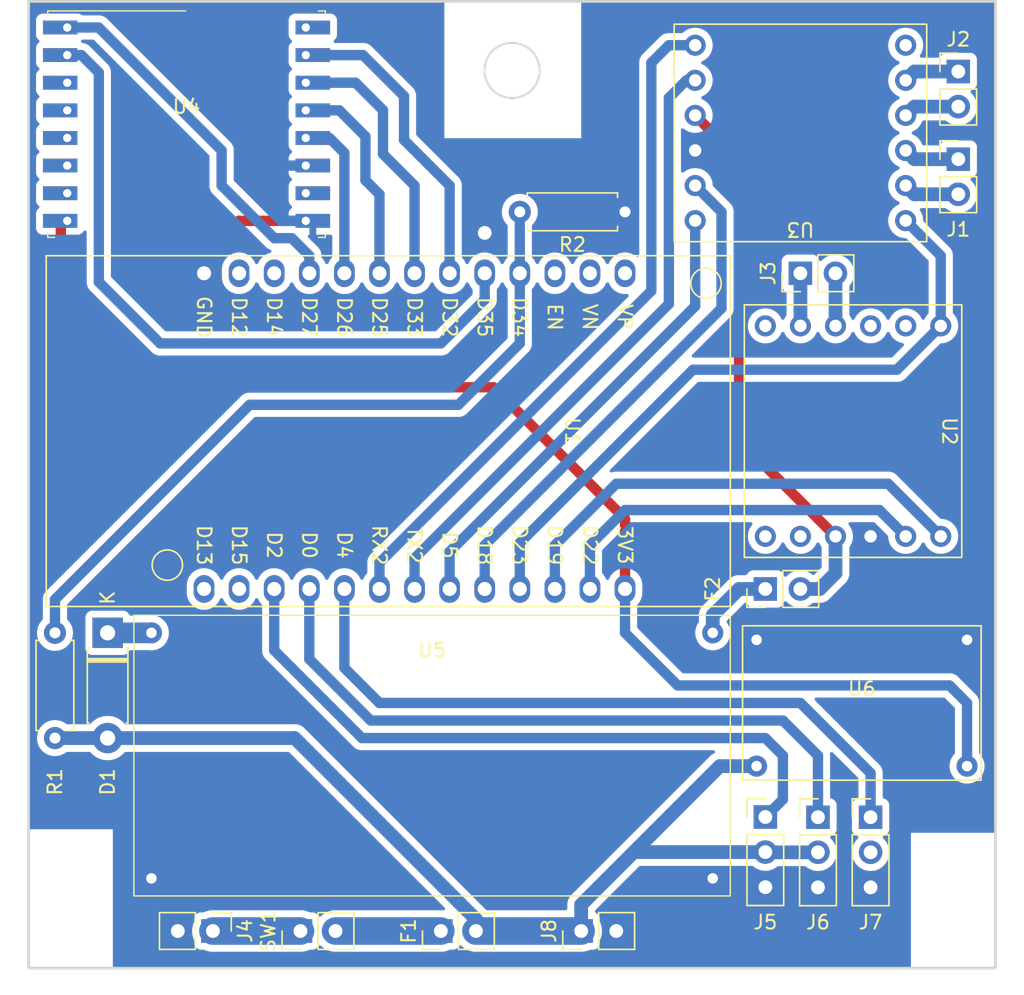
<source format=kicad_pcb>
(kicad_pcb (version 20221018) (generator pcbnew)
  (layers (0 "F.Cu" signal) (31 "B.Cu" signal) (34 "B.Paste" user) (35 "F.Paste" user) (36 "B.SilkS" user "B.Silkscreen") (37 "F.SilkS" user "F.Silkscreen") (38 "B.Mask" user) (39 "F.Mask" user) (44 "Edge.Cuts" user))
  (net 0 "")
  (net 1 "Net-(J3-Pin_1)")
  (net 2 "Net-(J3-Pin_2)")
  (net 3 "/SERVO 1")
  (net 4 "/+BATT SW")
  (net 5 "GND")
  (net 6 "/SERVO 2")
  (net 7 "/ESC")
  (net 8 "+BATT")
  (net 9 "+3V3")
  (net 10 "/M B1")
  (net 11 "/M B2")
  (net 12 "/M C1")
  (net 13 "/M C2")
  (net 14 "/NSS")
  (net 15 "/SCK")
  (net 16 "/MISO")
  (net 17 "/MOSI")
  (net 18 "/INTER")
  (net 19 "/RESET")
  (net 20 "/M A1")
  (net 21 "/M A2")
  (net 23 "+10V")
  (net 25 "Net-(D1-K)")
  (net 26 "Net-(F1-Pad1)")
  (net 27 "Net-(U5-OUT)")
  (net 28 "/SLEEP")
  (net 29 "/TDI")
  (net 30 "/TMS")
  (net 31 "/TCK")
  (net 45 "/TDO")
  (net 47 "Net-(J1-Pin_1)")
  (net 48 "Net-(J1-Pin_2)")
  (net 49 "Net-(J2-Pin_1)")
  (net 50 "Net-(J2-Pin_2)")
  (net 52 "/BAT READ")
  (footprint "Connector_PinHeader_2.54mm:PinHeader_1x03_P2.54mm_Vertical" (layer "F.Cu") (at 181.61 136.525)
    (fp_text reference "J5" (at 0 7.62) (layer "F.SilkS"))
    (fp_text value "Servo")
    (fp_line (start -1.33 -1.33) (end 0 -1.33) (stroke (width 0.12)) (layer "F.SilkS"))
    (fp_line (start -1.33 0) (end -1.33 -1.33) (stroke (width 0.12)) (layer "F.SilkS"))
    (fp_line (start -1.33 1.27) (end -1.33 6.41) (stroke (width 0.12)) (layer "F.SilkS"))
    (fp_line (start -1.33 1.27) (end 1.33 1.27) (stroke (width 0.12)) (layer "F.SilkS"))
    (fp_line (start -1.33 6.41) (end 1.33 6.41) (stroke (width 0.12)) (layer "F.SilkS"))
    (fp_line (start 1.33 1.27) (end 1.33 6.41) (stroke (width 0.12)) (layer "F.SilkS"))
    (pad "1" thru_hole rect (at 0 0) (size 1.7 1.7) (drill 1) (layers "*.Cu" "*.Mask") (net 3 "/SERVO 1"))
    (pad "2" thru_hole oval (at 0 2.54) (size 1.7 1.7) (drill 1) (layers "*.Cu" "*.Mask") (net 4 "/+BATT SW"))
    (pad "3" thru_hole oval (at 0 5.08) (size 1.7 1.7) (drill 1) (layers "*.Cu" "*.Mask") (net 5 "GND"))
  )
  (footprint "Connector_PinHeader_2.54mm:PinHeader_1x02_P2.54mm_Vertical" (layer "F.Cu") (at 181.605 120.015 90)
    (fp_text reference "F2" (at 0 -3.805 90) (layer "F.SilkS"))
    (fp_text value "Fuse 15A")
    (fp_line (start -1.33 -1.33) (end 0 -1.33) (stroke (width 0.12)) (layer "F.SilkS"))
    (fp_line (start -1.33 0) (end -1.33 -1.33) (stroke (width 0.12)) (layer "F.SilkS"))
    (fp_line (start -1.33 1.27) (end -1.33 3.87) (stroke (width 0.12)) (layer "F.SilkS"))
    (fp_line (start -1.33 1.27) (end 1.33 1.27) (stroke (width 0.12)) (layer "F.SilkS"))
    (fp_line (start -1.33 3.87) (end 1.33 3.87) (stroke (width 0.12)) (layer "F.SilkS"))
    (fp_line (start 1.33 1.27) (end 1.33 3.87) (stroke (width 0.12)) (layer "F.SilkS"))
    (pad "1" thru_hole rect (at 0 0 90) (size 1.7 1.7) (drill 1) (layers "*.Cu" "*.Mask") (net 27 "Net-(U5-OUT)"))
    (pad "2" thru_hole oval (at 0 2.54 90) (size 1.7 1.7) (drill 1) (layers "*.Cu" "*.Mask") (net 23 "+10V"))
  )
  (footprint "Connector_PinHeader_2.54mm:PinHeader_1x03_P2.54mm_Vertical" (layer "F.Cu") (at 185.42 136.54)
    (fp_text reference "J6" (at 0 7.605) (layer "F.SilkS"))
    (fp_text value "Servo")
    (fp_line (start -1.33 -1.33) (end 0 -1.33) (stroke (width 0.12)) (layer "F.SilkS"))
    (fp_line (start -1.33 0) (end -1.33 -1.33) (stroke (width 0.12)) (layer "F.SilkS"))
    (fp_line (start -1.33 1.27) (end -1.33 6.41) (stroke (width 0.12)) (layer "F.SilkS"))
    (fp_line (start -1.33 1.27) (end 1.33 1.27) (stroke (width 0.12)) (layer "F.SilkS"))
    (fp_line (start -1.33 6.41) (end 1.33 6.41) (stroke (width 0.12)) (layer "F.SilkS"))
    (fp_line (start 1.33 1.27) (end 1.33 6.41) (stroke (width 0.12)) (layer "F.SilkS"))
    (pad "1" thru_hole rect (at 0 0) (size 1.7 1.7) (drill 1) (layers "*.Cu" "*.Mask") (net 6 "/SERVO 2"))
    (pad "2" thru_hole oval (at 0 2.54) (size 1.7 1.7) (drill 1) (layers "*.Cu" "*.Mask") (net 4 "/+BATT SW"))
    (pad "3" thru_hole oval (at 0 5.08) (size 1.7 1.7) (drill 1) (layers "*.Cu" "*.Mask") (net 5 "GND"))
  )
  (footprint "Diode_THT:D_DO-41_SOD81_P7.62mm_Horizontal" (layer "F.Cu") (at 133.985 123.19 -90)
    (fp_text reference "D1" (at 10.795 0 -90) (layer "F.SilkS"))
    (fp_text value "1N4007")
    (fp_text user "K" (at -2.54 0 -90) (layer "F.SilkS"))
    (fp_line (start 1.09 -1.47) (end 6.53 -1.47) (stroke (width 0.12)) (layer "F.SilkS"))
    (fp_line (start 1.09 -1.34) (end 1.09 -1.47) (stroke (width 0.12)) (layer "F.SilkS"))
    (fp_line (start 1.09 1.34) (end 1.09 1.47) (stroke (width 0.12)) (layer "F.SilkS"))
    (fp_line (start 1.09 1.47) (end 6.53 1.47) (stroke (width 0.12)) (layer "F.SilkS"))
    (fp_line (start 1.87 -1.47) (end 1.87 1.47) (stroke (width 0.12)) (layer "F.SilkS"))
    (fp_line (start 1.99 -1.47) (end 1.99 1.47) (stroke (width 0.12)) (layer "F.SilkS"))
    (fp_line (start 2.11 -1.47) (end 2.11 1.47) (stroke (width 0.12)) (layer "F.SilkS"))
    (fp_line (start 6.53 -1.47) (end 6.53 -1.34) (stroke (width 0.12)) (layer "F.SilkS"))
    (fp_line (start 6.53 1.47) (end 6.53 1.34) (stroke (width 0.12)) (layer "F.SilkS"))
    (pad "1" thru_hole rect (at 0 0 270) (size 2.2 2.2) (drill 1.1) (layers "*.Cu" "*.Mask") (net 25 "Net-(D1-K)"))
    (pad "2" thru_hole oval (at 7.62 0 270) (size 2.2 2.2) (drill 1.1) (layers "*.Cu" "*.Mask") (net 4 "/+BATT SW"))
  )
  (footprint "Connector_PinHeader_2.54mm:PinHeader_1x02_P2.54mm_Vertical" (layer "F.Cu") (at 147.95 144.78 90)
    (fp_text reference "SW1" (at 0 -2.33 90) (layer "F.SilkS"))
    (fp_text value "MAIN_CUTOFF")
    (fp_line (start -1.33 -1.33) (end 0 -1.33) (stroke (width 0.12)) (layer "F.SilkS"))
    (fp_line (start -1.33 0) (end -1.33 -1.33) (stroke (width 0.12)) (layer "F.SilkS"))
    (fp_line (start -1.33 1.27) (end -1.33 3.87) (stroke (width 0.12)) (layer "F.SilkS"))
    (fp_line (start -1.33 1.27) (end 1.33 1.27) (stroke (width 0.12)) (layer "F.SilkS"))
    (fp_line (start -1.33 3.87) (end 1.33 3.87) (stroke (width 0.12)) (layer "F.SilkS"))
    (fp_line (start 1.33 1.27) (end 1.33 3.87) (stroke (width 0.12)) (layer "F.SilkS"))
    (pad "1" thru_hole rect (at 0 0 90) (size 1.7 1.7) (drill 1) (layers "*.Cu" "*.Mask") (net 8 "+BATT"))
    (pad "2" thru_hole oval (at 0 2.54 90) (size 1.7 1.7) (drill 1) (layers "*.Cu" "*.Mask") (net 26 "Net-(F1-Pad1)"))
  )
  (footprint "Resistor_THT:R_Axial_DIN0207_L6.3mm_D2.5mm_P7.62mm_Horizontal" (layer "F.Cu") (at 171.45 92.71 180)
    (fp_text reference "R2" (at 3.81 -2.37) (layer "F.SilkS"))
    (fp_text value "10k Ohm")
    (fp_line (start 0.54 -1.37) (end 7.08 -1.37) (stroke (width 0.12)) (layer "F.SilkS"))
    (fp_line (start 0.54 -1.04) (end 0.54 -1.37) (stroke (width 0.12)) (layer "F.SilkS"))
    (fp_line (start 0.54 1.04) (end 0.54 1.37) (stroke (width 0.12)) (layer "F.SilkS"))
    (fp_line (start 0.54 1.37) (end 7.08 1.37) (stroke (width 0.12)) (layer "F.SilkS"))
    (fp_line (start 7.08 -1.37) (end 7.08 -1.04) (stroke (width 0.12)) (layer "F.SilkS"))
    (fp_line (start 7.08 1.37) (end 7.08 1.04) (stroke (width 0.12)) (layer "F.SilkS"))
    (pad "1" thru_hole circle (at 0 0 180) (size 1.6 1.6) (drill 0.8) (layers "*.Cu" "*.Mask") (net 5 "GND"))
    (pad "2" thru_hole oval (at 7.62 0 180) (size 1.6 1.6) (drill 0.8) (layers "*.Cu" "*.Mask") (net 52 "/BAT READ"))
  )
  (footprint "Connector_PinHeader_2.54mm:PinHeader_1x02_P2.54mm_Vertical" (layer "F.Cu") (at 184.145 97.155 90)
    (fp_text reference "J3" (at 0 -2.33 90) (layer "F.SilkS"))
    (fp_text value "Motor_C")
    (fp_line (start -1.33 -1.33) (end 0 -1.33) (stroke (width 0.12)) (layer "F.SilkS"))
    (fp_line (start -1.33 0) (end -1.33 -1.33) (stroke (width 0.12)) (layer "F.SilkS"))
    (fp_line (start -1.33 1.27) (end -1.33 3.87) (stroke (width 0.12)) (layer "F.SilkS"))
    (fp_line (start -1.33 1.27) (end 1.33 1.27) (stroke (width 0.12)) (layer "F.SilkS"))
    (fp_line (start -1.33 3.87) (end 1.33 3.87) (stroke (width 0.12)) (layer "F.SilkS"))
    (fp_line (start 1.33 1.27) (end 1.33 3.87) (stroke (width 0.12)) (layer "F.SilkS"))
    (pad "1" thru_hole rect (at 0 0 90) (size 1.7 1.7) (drill 1) (layers "*.Cu" "*.Mask") (net 1 "Net-(J3-Pin_1)"))
    (pad "2" thru_hole oval (at 0 2.54 90) (size 1.7 1.7) (drill 1) (layers "*.Cu" "*.Mask") (net 2 "Net-(J3-Pin_2)"))
  )
  (footprint "Resistor_THT:R_Axial_DIN0207_L6.3mm_D2.5mm_P7.62mm_Horizontal" (layer "F.Cu") (at 130.175 123.19 -90)
    (fp_text reference "R1" (at 10.795 0 90) (layer "F.SilkS"))
    (fp_text value "150k Ohm")
    (fp_line (start 0.54 -1.37) (end 7.08 -1.37) (stroke (width 0.12)) (layer "F.SilkS"))
    (fp_line (start 0.54 -1.04) (end 0.54 -1.37) (stroke (width 0.12)) (layer "F.SilkS"))
    (fp_line (start 0.54 1.04) (end 0.54 1.37) (stroke (width 0.12)) (layer "F.SilkS"))
    (fp_line (start 0.54 1.37) (end 7.08 1.37) (stroke (width 0.12)) (layer "F.SilkS"))
    (fp_line (start 7.08 -1.37) (end 7.08 -1.04) (stroke (width 0.12)) (layer "F.SilkS"))
    (fp_line (start 7.08 1.37) (end 7.08 1.04) (stroke (width 0.12)) (layer "F.SilkS"))
    (pad "1" thru_hole circle (at 0 0 270) (size 1.6 1.6) (drill 0.8) (layers "*.Cu" "*.Mask") (net 52 "/BAT READ"))
    (pad "2" thru_hole oval (at 7.62 0 270) (size 1.6 1.6) (drill 0.8) (layers "*.Cu" "*.Mask") (net 4 "/+BATT SW"))
  )
  (footprint "My_Library:XL60019 Boost Module" (layer "F.Cu") (at 157.48 132.08)
    (fp_text reference "U5" (at 0 -7.62 unlocked) (layer "F.SilkS"))
    (fp_text value "XL60019_Boost_Module")
    (fp_rect (start -21.59 -10.16) (end 21.59 10.16) (stroke (width 0.1)) (fill none) (layer "F.SilkS"))
    (pad "1" thru_hole circle (at -20.32 8.89) (size 1.524 1.524) (drill 0.762) (layers "*.Cu" "*.Mask") (net 5 "GND"))
    (pad "2" thru_hole circle (at -20.32 -8.89) (size 1.524 1.524) (drill 0.762) (layers "*.Cu" "*.Mask") (net 25 "Net-(D1-K)"))
    (pad "3" thru_hole circle (at 20.32 8.89) (size 1.524 1.524) (drill 0.762) (layers "*.Cu" "*.Mask") (net 5 "GND"))
    (pad "4" thru_hole circle (at 20.32 -8.89) (size 1.524 1.524) (drill 0.762) (layers "*.Cu" "*.Mask") (net 27 "Net-(U5-OUT)"))
  )
  (footprint "My_Library:HOPERF_RFM69HW" (layer "F.Cu") (at 139.7 86.36)
    (fp_text reference "U4" (at 0 -1.27) (layer "F.SilkS"))
    (fp_text value "RFM69HW")
    (fp_line (start -10.05 -8.2) (end -10.05 -7.8) (stroke (width 0.1)) (layer "F.SilkS"))
    (fp_line (start -10.05 -8.2) (end -0.05 -8.2) (stroke (width 0.1)) (layer "F.SilkS"))
    (fp_line (start -10.05 7.8) (end -10.05 8.2) (stroke (width 0.1)) (layer "F.SilkS"))
    (fp_line (start -10.05 8.2) (end -9.55 8.2) (stroke (width 0.1)) (layer "F.SilkS"))
    (fp_line (start 9.55 -8.2) (end 10.05 -8.2) (stroke (width 0.1)) (layer "F.SilkS"))
    (fp_line (start 9.55 8.2) (end 10.05 8.2) (stroke (width 0.1)) (layer "F.SilkS"))
    (fp_line (start 10.05 -8.2) (end 10.05 -7.8) (stroke (width 0.1)) (layer "F.SilkS"))
    (fp_line (start 10.05 7.8) (end 10.05 8.2) (stroke (width 0.1)) (layer "F.SilkS"))
    (pad "1" thru_hole rect (at -8.636 -7) (size 2.5 1) (drill 0.6 (offset -0.508 0)) (layers "*.Cu" "*.Mask") (net 19 "/RESET"))
    (pad "2" thru_hole rect (at -8.636 -5) (size 2.5 1) (drill 0.6 (offset -0.508 0)) (layers "*.Cu" "*.Mask") (net 18 "/INTER"))
    (pad "3" thru_hole rect (at -8.636 -3) (size 2.5 1) (drill 0.6 (offset -0.508 0)) (layers "*.Cu" "*.Mask"))
    (pad "4" thru_hole rect (at -8.636 -1) (size 2.5 1) (drill 0.6 (offset -0.508 0)) (layers "*.Cu" "*.Mask"))
    (pad "5" thru_hole rect (at -8.636 1) (size 2.5 1) (drill 0.6 (offset -0.508 0)) (layers "*.Cu" "*.Mask"))
    (pad "6" thru_hole rect (at -8.636 3) (size 2.5 1) (drill 0.6 (offset -0.508 0)) (layers "*.Cu" "*.Mask"))
    (pad "7" thru_hole rect (at -8.636 5) (size 2.5 1) (drill 0.6 (offset -0.508 0)) (layers "*.Cu" "*.Mask"))
    (pad "8" thru_hole rect (at -8.636 7) (size 2.5 1) (drill 0.6 (offset -0.508 0)) (layers "*.Cu" "*.Mask") (net 9 "+3V3"))
    (pad "9" thru_hole rect (at 8.636 7 180) (size 2.5 1) (drill 0.6 (offset -0.508 0)) (layers "*.Cu" "*.Mask") (net 5 "GND"))
    (pad "10" thru_hole rect (at 8.636 5 180) (size 2.5 1) (drill 0.6 (offset -0.508 0)) (layers "*.Cu" "*.Mask"))
    (pad "11" thru_hole rect (at 8.636 3 180) (size 2.5 1) (drill 0.6 (offset -0.508 0)) (layers "*.Cu" "*.Mask") (net 5 "GND"))
    (pad "12" thru_hole rect (at 8.636 1 180) (size 2.5 1) (drill 0.6 (offset -0.508 0)) (layers "*.Cu" "*.Mask") (net 15 "/SCK"))
    (pad "13" thru_hole rect (at 8.636 -1 180) (size 2.5 1) (drill 0.6 (offset -0.508 0)) (layers "*.Cu" "*.Mask") (net 16 "/MISO"))
    (pad "14" thru_hole rect (at 8.636 -3 180) (size 2.5 1) (drill 0.6 (offset -0.508 0)) (layers "*.Cu" "*.Mask") (net 17 "/MOSI"))
    (pad "15" thru_hole rect (at 8.636 -5 180) (size 2.5 1) (drill 0.6 (offset -0.508 0)) (layers "*.Cu" "*.Mask") (net 14 "/NSS"))
    (pad "16" thru_hole rect (at 8.636 -7 180) (size 2.5 1) (drill 0.6 (offset -0.508 0)) (layers "*.Cu" "*.Mask"))
  )
  (footprint "Connector_PinHeader_2.54mm:PinHeader_1x02_P2.54mm_Vertical" (layer "F.Cu") (at 195.58 82.55)
    (fp_text reference "J2" (at 0 -2.33) (layer "F.SilkS"))
    (fp_text value "Motor_B")
    (fp_line (start -1.33 -1.33) (end 0 -1.33) (stroke (width 0.12)) (layer "F.SilkS"))
    (fp_line (start -1.33 0) (end -1.33 -1.33) (stroke (width 0.12)) (layer "F.SilkS"))
    (fp_line (start -1.33 1.27) (end -1.33 3.87) (stroke (width 0.12)) (layer "F.SilkS"))
    (fp_line (start -1.33 1.27) (end 1.33 1.27) (stroke (width 0.12)) (layer "F.SilkS"))
    (fp_line (start -1.33 3.87) (end 1.33 3.87) (stroke (width 0.12)) (layer "F.SilkS"))
    (fp_line (start 1.33 1.27) (end 1.33 3.87) (stroke (width 0.12)) (layer "F.SilkS"))
    (pad "1" thru_hole rect (at 0 0) (size 1.7 1.7) (drill 1) (layers "*.Cu" "*.Mask") (net 49 "Net-(J2-Pin_1)"))
    (pad "2" thru_hole oval (at 0 2.54) (size 1.7 1.7) (drill 1) (layers "*.Cu" "*.Mask") (net 50 "Net-(J2-Pin_2)"))
  )
  (footprint "Connector_PinHeader_2.54mm:PinHeader_1x02_P2.54mm_Vertical" (layer "F.Cu") (at 195.58 88.895)
    (fp_text reference "J1" (at 0 5.085) (layer "F.SilkS"))
    (fp_text value "Motor_A")
    (fp_line (start -1.33 -1.33) (end 0 -1.33) (stroke (width 0.12)) (layer "F.SilkS"))
    (fp_line (start -1.33 0) (end -1.33 -1.33) (stroke (width 0.12)) (layer "F.SilkS"))
    (fp_line (start -1.33 1.27) (end -1.33 3.87) (stroke (width 0.12)) (layer "F.SilkS"))
    (fp_line (start -1.33 1.27) (end 1.33 1.27) (stroke (width 0.12)) (layer "F.SilkS"))
    (fp_line (start -1.33 3.87) (end 1.33 3.87) (stroke (width 0.12)) (layer "F.SilkS"))
    (fp_line (start 1.33 1.27) (end 1.33 3.87) (stroke (width 0.12)) (layer "F.SilkS"))
    (pad "1" thru_hole rect (at 0 0) (size 1.7 1.7) (drill 1) (layers "*.Cu" "*.Mask") (net 47 "Net-(J1-Pin_1)"))
    (pad "2" thru_hole oval (at 0 2.54) (size 1.7 1.7) (drill 1) (layers "*.Cu" "*.Mask") (net 48 "Net-(J1-Pin_2)"))
  )
  (footprint "My_Library:HW-627" (layer "F.Cu") (at 189.23 108.585 -90)
    (fp_text reference "U2" (at 0 -5.715 -90 unlocked) (layer "F.SilkS"))
    (fp_text value "~")
    (fp_rect (start -9.144 -6.604) (end 9.144 9.144) (stroke (width 0.12)) (fill none) (layer "F.SilkS"))
    (pad "1" thru_hole circle (at -7.62 -5.08 270) (size 1.524 1.524) (drill 0.9) (layers "*.Cu" "*.Mask") (net 28 "/SLEEP"))
    (pad "2" thru_hole circle (at -7.62 -2.54 270) (size 1.524 1.524) (drill 0.9) (layers "*.Cu" "*.Mask"))
    (pad "3" thru_hole circle (at -7.62 0 270) (size 1.524 1.524) (drill 0.9) (layers "*.Cu" "*.Mask"))
    (pad "4" thru_hole circle (at -7.62 2.54 270) (size 1.524 1.524) (drill 0.9) (layers "*.Cu" "*.Mask") (net 2 "Net-(J3-Pin_2)"))
    (pad "5" thru_hole circle (at -7.62 5.08 270) (size 1.524 1.524) (drill 0.9) (layers "*.Cu" "*.Mask") (net 1 "Net-(J3-Pin_1)"))
    (pad "6" thru_hole circle (at -7.62 7.62 270) (size 1.524 1.524) (drill 0.9) (layers "*.Cu" "*.Mask"))
    (pad "7" thru_hole circle (at 7.62 7.62 270) (size 1.524 1.524) (drill 0.9) (layers "*.Cu" "*.Mask"))
    (pad "8" thru_hole circle (at 7.62 5.08 270) (size 1.524 1.524) (drill 0.9) (layers "*.Cu" "*.Mask"))
    (pad "9" thru_hole circle (at 7.62 2.54 270) (size 1.524 1.524) (drill 0.9) (layers "*.Cu" "*.Mask") (net 23 "+10V"))
    (pad "10" thru_hole circle (at 7.62 0 270) (size 1.524 1.524) (drill 0.9) (layers "*.Cu" "*.Mask") (net 5 "GND"))
    (pad "11" thru_hole circle (at 7.62 -2.54 270) (size 1.524 1.524) (drill 0.9) (layers "*.Cu" "*.Mask") (net 12 "/M C1"))
    (pad "12" thru_hole circle (at 7.62 -5.08 270) (size 1.524 1.524) (drill 0.9) (layers "*.Cu" "*.Mask") (net 13 "/M C2"))
  )
  (footprint "Connector_PinHeader_2.54mm:PinHeader_1x03_P2.54mm_Vertical" (layer "F.Cu") (at 189.23 136.54)
    (fp_text reference "J7" (at 0 7.605) (layer "F.SilkS"))
    (fp_text value "ESC")
    (fp_line (start -1.33 -1.33) (end 0 -1.33) (stroke (width 0.12)) (layer "F.SilkS"))
    (fp_line (start -1.33 0) (end -1.33 -1.33) (stroke (width 0.12)) (layer "F.SilkS"))
    (fp_line (start -1.33 1.27) (end -1.33 6.41) (stroke (width 0.12)) (layer "F.SilkS"))
    (fp_line (start -1.33 1.27) (end 1.33 1.27) (stroke (width 0.12)) (layer "F.SilkS"))
    (fp_line (start -1.33 6.41) (end 1.33 6.41) (stroke (width 0.12)) (layer "F.SilkS"))
    (fp_line (start 1.33 1.27) (end 1.33 6.41) (stroke (width 0.12)) (layer "F.SilkS"))
    (pad "1" thru_hole rect (at 0 0) (size 1.7 1.7) (drill 1) (layers "*.Cu" "*.Mask") (net 7 "/ESC"))
    (pad "2" thru_hole oval (at 0 2.54) (size 1.7 1.7) (drill 1) (layers "*.Cu" "*.Mask"))
    (pad "3" thru_hole oval (at 0 5.08) (size 1.7 1.7) (drill 1) (layers "*.Cu" "*.Mask") (net 5 "GND"))
  )
  (footprint "My_Library:HW-627" (layer "F.Cu") (at 184.15 88.265 180)
    (fp_text reference "U3" (at 0 -5.715 180 unlocked) (layer "F.SilkS"))
    (fp_text value "~")
    (fp_rect (start -9.144 -6.604) (end 9.144 9.144) (stroke (width 0.12)) (fill none) (layer "F.SilkS"))
    (pad "1" thru_hole circle (at -7.62 -5.08 180) (size 1.524 1.524) (drill 0.9) (layers "*.Cu" "*.Mask") (net 28 "/SLEEP"))
    (pad "2" thru_hole circle (at -7.62 -2.54 180) (size 1.524 1.524) (drill 0.9) (layers "*.Cu" "*.Mask") (net 48 "Net-(J1-Pin_2)"))
    (pad "3" thru_hole circle (at -7.62 0 180) (size 1.524 1.524) (drill 0.9) (layers "*.Cu" "*.Mask") (net 47 "Net-(J1-Pin_1)"))
    (pad "4" thru_hole circle (at -7.62 2.54 180) (size 1.524 1.524) (drill 0.9) (layers "*.Cu" "*.Mask") (net 50 "Net-(J2-Pin_2)"))
    (pad "5" thru_hole circle (at -7.62 5.08 180) (size 1.524 1.524) (drill 0.9) (layers "*.Cu" "*.Mask") (net 49 "Net-(J2-Pin_1)"))
    (pad "6" thru_hole circle (at -7.62 7.62 180) (size 1.524 1.524) (drill 0.9) (layers "*.Cu" "*.Mask"))
    (pad "7" thru_hole circle (at 7.62 7.62 180) (size 1.524 1.524) (drill 0.9) (layers "*.Cu" "*.Mask") (net 20 "/M A1"))
    (pad "8" thru_hole circle (at 7.62 5.08 180) (size 1.524 1.524) (drill 0.9) (layers "*.Cu" "*.Mask") (net 21 "/M A2"))
    (pad "9" thru_hole circle (at 7.62 2.54 180) (size 1.524 1.524) (drill 0.9) (layers "*.Cu" "*.Mask") (net 23 "+10V"))
    (pad "10" thru_hole circle (at 7.62 0 180) (size 1.524 1.524) (drill 0.9) (layers "*.Cu" "*.Mask") (net 5 "GND"))
    (pad "11" thru_hole circle (at 7.62 -2.54 180) (size 1.524 1.524) (drill 0.9) (layers "*.Cu" "*.Mask") (net 10 "/M B1"))
    (pad "12" thru_hole circle (at 7.62 -5.08 180) (size 1.524 1.524) (drill 0.9) (layers "*.Cu" "*.Mask") (net 11 "/M B2"))
  )
  (footprint "Connector_PinHeader_2.54mm:PinHeader_1x02_P2.54mm_Vertical" (layer "F.Cu") (at 168.275 144.78 90)
    (fp_text reference "J8" (at 0 -2.33 90) (layer "F.SilkS"))
    (fp_text value "ESC_PWR")
    (fp_line (start -1.33 -1.33) (end 0 -1.33) (stroke (width 0.12)) (layer "F.SilkS"))
    (fp_line (start -1.33 0) (end -1.33 -1.33) (stroke (width 0.12)) (layer "F.SilkS"))
    (fp_line (start -1.33 1.27) (end -1.33 3.87) (stroke (width 0.12)) (layer "F.SilkS"))
    (fp_line (start -1.33 1.27) (end 1.33 1.27) (stroke (width 0.12)) (layer "F.SilkS"))
    (fp_line (start -1.33 3.87) (end 1.33 3.87) (stroke (width 0.12)) (layer "F.SilkS"))
    (fp_line (start 1.33 1.27) (end 1.33 3.87) (stroke (width 0.12)) (layer "F.SilkS"))
    (pad "1" thru_hole rect (at 0 0 90) (size 1.7 1.7) (drill 1) (layers "*.Cu" "*.Mask") (net 4 "/+BATT SW"))
    (pad "2" thru_hole oval (at 0 2.54 90) (size 1.7 1.7) (drill 1) (layers "*.Cu" "*.Mask") (net 5 "GND"))
  )
  (footprint "Connector_PinHeader_2.54mm:PinHeader_1x02_P2.54mm_Vertical" (layer "F.Cu") (at 158.115 144.78 90)
    (fp_text reference "F1" (at 0 -2.33 90) (layer "F.SilkS"))
    (fp_text value "Fuse 15A")
    (fp_line (start -1.33 -1.33) (end 0 -1.33) (stroke (width 0.12)) (layer "F.SilkS"))
    (fp_line (start -1.33 0) (end -1.33 -1.33) (stroke (width 0.12)) (layer "F.SilkS"))
    (fp_line (start -1.33 1.27) (end -1.33 3.87) (stroke (width 0.12)) (layer "F.SilkS"))
    (fp_line (start -1.33 1.27) (end 1.33 1.27) (stroke (width 0.12)) (layer "F.SilkS"))
    (fp_line (start -1.33 3.87) (end 1.33 3.87) (stroke (width 0.12)) (layer "F.SilkS"))
    (fp_line (start 1.33 1.27) (end 1.33 3.87) (stroke (width 0.12)) (layer "F.SilkS"))
    (pad "1" thru_hole rect (at 0 0 90) (size 1.7 1.7) (drill 1) (layers "*.Cu" "*.Mask") (net 26 "Net-(F1-Pad1)"))
    (pad "2" thru_hole oval (at 0 2.54 90) (size 1.7 1.7) (drill 1) (layers "*.Cu" "*.Mask") (net 4 "/+BATT SW"))
  )
  (footprint "Espressif:ESP32-LOLIN32-Lite" (layer "F.Cu") (at 154.94 108.585 -90)
    (fp_text reference "U1" (at 0 -12.7 -90 unlocked) (layer "F.SilkS"))
    (fp_text value "ESP32-LOLIN32-Lite")
    (fp_text user "D15" (at 8.255 11.43 -90 unlocked) (layer "F.SilkS"))
    (fp_text user "D0" (at 8.255 6.35 -90 unlocked) (layer "F.SilkS"))
    (fp_text user "TX2" (at 8.255 -1.27 -90 unlocked) (layer "F.SilkS"))
    (fp_text user "D2" (at 8.255 8.89 -90 unlocked) (layer "F.SilkS"))
    (fp_text user "D5" (at 8.255 -3.81 -90 unlocked) (layer "F.SilkS"))
    (fp_text user "VN" (at -8.255 -13.97 -90 unlocked) (layer "F.SilkS"))
    (fp_text user "3V3" (at 8.255 -16.51 -90 unlocked) (layer "F.SilkS"))
    (fp_text user "RX2" (at 8.255 1.27 -90 unlocked) (layer "F.SilkS"))
    (fp_text user "D23" (at 8.255 -8.89 -90 unlocked) (layer "F.SilkS"))
    (fp_text user "D4" (at 8.255 3.81 -90 unlocked) (layer "F.SilkS"))
    (fp_text user "D13" (at 8.255 13.97 -90 unlocked) (layer "F.SilkS"))
    (fp_text user "D22" (at 8.255 -13.97 -90 unlocked) (layer "F.SilkS"))
    (fp_text user "GND" (at -8.255 13.97 -90 unlocked) (layer "F.SilkS"))
    (fp_text user "D26" (at -8.255 3.81 -90 unlocked) (layer "F.SilkS"))
    (fp_text user "D19" (at 8.255 -11.43 -90 unlocked) (layer "F.SilkS"))
    (fp_text user "D27" (at -8.255 6.35 -90 unlocked) (layer "F.SilkS"))
    (fp_text user "D25" (at -8.255 1.27 -90 unlocked) (layer "F.SilkS"))
    (fp_text user "D34" (at -8.255 -8.89 -90 unlocked) (layer "F.SilkS"))
    (fp_text user "VP" (at -8.255 -16.51 -90 unlocked) (layer "F.SilkS"))
    (fp_text user "EN" (at -8.255 -11.43 -90 unlocked) (layer "F.SilkS"))
    (fp_text user "D35" (at -8.255 -6.35 -90 unlocked) (layer "F.SilkS"))
    (fp_text user "D14" (at -8.255 8.89 -90 unlocked) (layer "F.SilkS"))
    (fp_text user "D33" (at -8.255 -1.27 -90 unlocked) (layer "F.SilkS"))
    (fp_text user "D18" (at 8.255 -6.35 -90 unlocked) (layer "F.SilkS"))
    (fp_text user "D32" (at -8.255 -3.81 -90 unlocked) (layer "F.SilkS"))
    (fp_text user "D12" (at -8.255 11.43 -90 unlocked) (layer "F.SilkS"))
    (fp_rect (start -12.7 25.4) (end 12.7 -24.13) (stroke (width 0.12)) (fill none) (layer "F.SilkS"))
    (fp_circle (center -10.7 -22.37) (end -10.7 -23.47) (stroke (width 0.12)) (fill none) (layer "F.SilkS"))
    (fp_circle (center 9.7 16.63) (end 9.7 15.53) (stroke (width 0.12)) (fill none) (layer "F.SilkS"))
    (pad "5" thru_hole oval (at -11.43 -16.51 270) (size 2 1.5) (drill 1.02) (layers "*.Cu" "*.Mask"))
    (pad "8" thru_hole oval (at -11.43 -13.97 270) (size 2 1.5) (drill 1.02) (layers "*.Cu" "*.Mask"))
    (pad "9" thru_hole oval (at -11.43 -11.43 270) (size 2 1.5) (drill 1.02) (layers "*.Cu" "*.Mask"))
    (pad "10" thru_hole oval (at -11.43 -8.89 270) (size 2 1.5) (drill 1.02) (layers "*.Cu" "*.Mask") (net 52 "/BAT READ"))
    (pad "11" thru_hole oval (at -11.43 -6.35 270) (size 2 1.5) (drill 1.02) (layers "*.Cu" "*.Mask") (net 18 "/INTER"))
    (pad "12" thru_hole oval (at -11.43 -3.81 270) (size 2 1.5) (drill 1.02) (layers "*.Cu" "*.Mask") (net 14 "/NSS"))
    (pad "13" thru_hole oval (at -11.43 -1.27 270) (size 2 1.5) (drill 1.02) (layers "*.Cu" "*.Mask") (net 17 "/MOSI"))
    (pad "14" thru_hole oval (at -11.43 1.27 270) (size 2 1.5) (drill 1.02) (layers "*.Cu" "*.Mask") (net 16 "/MISO"))
    (pad "15" thru_hole oval (at -11.43 3.81 270) (size 2 1.5) (drill 1.02) (layers "*.Cu" "*.Mask") (net 15 "/SCK"))
    (pad "16" thru_hole oval (at -11.43 6.35 270) (size 2 1.5) (drill 1.02) (layers "*.Cu" "*.Mask") (net 19 "/RESET"))
    (pad "17" thru_hole oval (at -11.43 8.89 270) (size 2 1.5) (drill 1.02) (layers "*.Cu" "*.Mask") (net 30 "/TMS"))
    (pad "18" thru_hole oval (at -11.43 11.43 270) (size 2 1.5) (drill 1.02) (layers "*.Cu" "*.Mask") (net 29 "/TDI"))
    (pad "19" thru_hole oval (at -11.43 13.97 270) (size 2 1.5) (drill 1.02) (layers "*.Cu" "*.Mask") (net 5 "GND"))
    (pad "20" thru_hole oval (at 11.43 13.97 270) (size 2 1.5) (drill 1.02) (layers "*.Cu" "*.Mask") (net 31 "/TCK"))
    (pad "21" thru_hole oval (at 11.43 11.43 270) (size 2 1.5) (drill 1.02) (layers "*.Cu" "*.Mask") (net 45 "/TDO"))
    (pad "22" thru_hole oval (at 11.43 8.89 270) (size 2 1.5) (drill 1.02) (layers "*.Cu" "*.Mask") (net 3 "/SERVO 1"))
    (pad "23" thru_hole oval (at 11.43 6.35 270) (size 2 1.5) (drill 1.02) (layers "*.Cu" "*.Mask") (net 6 "/SERVO 2"))
    (pad "24" thru_hole oval (at 11.43 3.81 270) (size 2 1.5) (drill 1.02) (layers "*.Cu" "*.Mask") (net 7 "/ESC"))
    (pad "25" thru_hole oval (at 11.43 1.27 270) (size 2 1.5) (drill 1.02) (layers "*.Cu" "*.Mask") (net 20 "/M A1"))
    (pad "27" thru_hole oval (at 11.43 -1.27 270) (size 2 1.5) (drill 1.02) (layers "*.Cu" "*.Mask") (net 21 "/M A2"))
    (pad "34" thru_hole oval (at 11.43 -3.81 270) (size 2 1.5) (drill 1.02) (layers "*.Cu" "*.Mask") (net 11 "/M B2"))
    (pad "35" thru_hole oval (at 11.43 -6.35 270) (size 2 1.5) (drill 1.02) (layers "*.Cu" "*.Mask") (net 10 "/M B1"))
    (pad "36" thru_hole oval (at 11.43 -8.89 270) (size 2 1.5) (drill 1.02) (layers "*.Cu" "*.Mask") (net 28 "/SLEEP"))
    (pad "38" thru_hole oval (at 11.43 -11.43 270) (size 2 1.5) (drill 1.02) (layers "*.Cu" "*.Mask") (net 13 "/M C2"))
    (pad "39" thru_hole oval (at 11.43 -13.97 270) (size 2 1.5) (drill 1.02) (layers "*.Cu" "*.Mask") (net 12 "/M C1"))
    (pad "40" thru_hole oval (at 11.43 -16.51 270) (size 2 1.5) (drill 1.02) (layers "*.Cu" "*.Mask") (net 9 "+3V3"))
  )
  (footprint "Connector_PinHeader_2.54mm:PinHeader_1x02_P2.54mm_Vertical" (layer "F.Cu") (at 141.61 144.78 -90)
    (fp_text reference "J4" (at 0 -2.33 -270) (layer "F.SilkS"))
    (fp_text value "BATT_IN")
    (fp_line (start -1.33 -1.33) (end 0 -1.33) (stroke (width 0.12)) (layer "F.SilkS"))
    (fp_line (start -1.33 0) (end -1.33 -1.33) (stroke (width 0.12)) (layer "F.SilkS"))
    (fp_line (start -1.33 1.27) (end -1.33 3.87) (stroke (width 0.12)) (layer "F.SilkS"))
    (fp_line (start -1.33 1.27) (end 1.33 1.27) (stroke (width 0.12)) (layer "F.SilkS"))
    (fp_line (start -1.33 3.87) (end 1.33 3.87) (stroke (width 0.12)) (layer "F.SilkS"))
    (fp_line (start 1.33 1.27) (end 1.33 3.87) (stroke (width 0.12)) (layer "F.SilkS"))
    (pad "1" thru_hole rect (at 0 0 270) (size 1.7 1.7) (drill 1) (layers "*.Cu" "*.Mask") (net 8 "+BATT"))
    (pad "2" thru_hole oval (at 0 2.54 270) (size 1.7 1.7) (drill 1) (layers "*.Cu" "*.Mask") (net 5 "GND"))
  )
  (footprint "My_Library:Mini360" (layer "F.Cu") (at 188.595 128.27)
    (fp_text reference "U6" (at 0 -1.008 unlocked) (layer "F.SilkS"))
    (fp_text value "Mini360")
    (fp_rect (start 8.636 -5.588) (end -8.636 5.588) (stroke (width 0.12)) (fill none) (layer "F.SilkS"))
    (pad "1" thru_hole circle (at -7.62 -4.572) (size 1.524 1.524) (drill 0.762) (layers "*.Cu" "*.Mask") (net 5 "GND"))
    (pad "2" thru_hole circle (at -7.62 4.572) (size 1.524 1.524) (drill 0.762) (layers "*.Cu" "*.Mask") (net 4 "/+BATT SW"))
    (pad "3" thru_hole circle (at 7.62 -4.572) (size 1.524 1.524) (drill 0.762) (layers "*.Cu" "*.Mask") (net 5 "GND"))
    (pad "4" thru_hole circle (at 7.62 4.572) (size 1.524 1.524) (drill 0.762) (layers "*.Cu" "*.Mask") (net 9 "+3V3"))
  )
  (gr_rect (start 128.27 77.47) (end 198.27 147.47) (stroke (width 0.2)) (fill none) (layer "Edge.Cuts"))
  (gr_circle (center 163.27 82.47) (end 165.27 82.47) (stroke (width 0.15)) (fill none) (layer "Edge.Cuts"))
  (segment (start 184.15 97.16) (end 184.15 100.965) (width 1) (layer "B.Cu") (net 1))
  (segment (start 184.145 97.155) (end 184.15 97.16) (width 0.75) (layer "B.Cu") (net 1))
  (segment (start 186.69 100.965) (end 186.69 97.16) (width 1) (layer "B.Cu") (net 2))
  (segment (start 186.69 97.16) (end 186.685 97.155) (width 0.75) (layer "B.Cu") (net 2))
  (segment (start 146.05 124.46) (end 146.05 120.015) (width 0.75) (layer "B.Cu") (net 3))
  (segment (start 182.88 135.255) (end 182.88 132.08) (width 0.75) (layer "B.Cu") (net 3))
  (segment (start 181.61 136.525) (end 182.88 135.255) (width 0.75) (layer "B.Cu") (net 3))
  (segment (start 181.61 130.81) (end 152.4 130.81) (width 0.75) (layer "B.Cu") (net 3))
  (segment (start 152.4 130.81) (end 146.05 124.46) (width 0.75) (layer "B.Cu") (net 3))
  (segment (start 182.88 132.08) (end 181.61 130.81) (width 0.75) (layer "B.Cu") (net 3))
  (segment (start 185.42 139.08) (end 181.625 139.08) (width 1) (layer "B.Cu") (net 4))
  (segment (start 130.175 130.81) (end 133.985 130.81) (width 1) (layer "B.Cu") (net 4))
  (segment (start 147.530344 130.81) (end 160.655 143.934656) (width 1) (layer "B.Cu") (net 4))
  (segment (start 178.308 132.842) (end 172.085 139.065) (width 1) (layer "B.Cu") (net 4))
  (segment (start 133.985 130.81) (end 147.530344 130.81) (width 1) (layer "B.Cu") (net 4))
  (segment (start 160.655 143.934656) (end 160.655 144.78) (width 1) (layer "B.Cu") (net 4))
  (segment (start 181.61 139.065) (end 172.085 139.065) (width 1) (layer "B.Cu") (net 4))
  (segment (start 181.625 139.08) (end 181.61 139.065) (width 1) (layer "B.Cu") (net 4))
  (segment (start 160.655 144.78) (end 168.275 144.78) (width 2) (layer "B.Cu") (net 4))
  (segment (start 172.085 139.065) (end 168.275 142.875) (width 1) (layer "B.Cu") (net 4))
  (segment (start 185.405 139.065) (end 185.42 139.08) (width 1) (layer "B.Cu") (net 4))
  (segment (start 168.275 142.875) (end 168.275 144.78) (width 1) (layer "B.Cu") (net 4))
  (segment (start 180.975 132.842) (end 178.308 132.842) (width 1) (layer "B.Cu") (net 4))
  (segment (start 143.495 93.36) (end 140.97 95.885) (width 0.75) (layer "F.Cu") (net 5))
  (segment (start 140.97 95.885) (end 140.97 97.155) (width 0.75) (layer "F.Cu") (net 5))
  (segment (start 148.8 93.36) (end 143.495 93.36) (width 0.75) (layer "F.Cu") (net 5))
  (via (at 161.29 94.234) (size 2) (drill 1) (layers "F.Cu" "B.Cu") (net 5))
  (segment (start 137.16 140.97) (end 137.16 142.87) (width 1) (layer "B.Cu") (net 5))
  (segment (start 148.8 93.36) (end 146.7 93.36) (width 0.75) (layer "B.Cu") (net 5))
  (segment (start 185.42 141.62) (end 181.625 141.62) (width 1) (layer "B.Cu") (net 5))
  (segment (start 181.61 141.605) (end 177.165 141.605) (width 1) (layer "B.Cu") (net 5))
  (segment (start 189.23 141.62) (end 185.42 141.62) (width 1) (layer "B.Cu") (net 5))
  (segment (start 177.165 141.605) (end 177.8 140.97) (width 1) (layer "B.Cu") (net 5))
  (segment (start 181.625 141.62) (end 181.61 141.605) (width 1) (layer "B.Cu") (net 5))
  (segment (start 170.815 144.78) (end 173.99 144.78) (width 1) (layer "B.Cu") (net 5))
  (segment (start 145.415 90.805) (end 146.86 89.36) (width 0.75) (layer "B.Cu") (net 5))
  (segment (start 146.7 93.36) (end 145.415 92.075) (width 0.75) (layer "B.Cu") (net 5))
  (segment (start 146.86 89.36) (end 148.8 89.36) (width 0.75) (layer "B.Cu") (net 5))
  (segment (start 145.415 92.075) (end 145.415 90.805) (width 0.75) (layer "B.Cu") (net 5))
  (segment (start 196.215 123.698) (end 189.23 123.698) (width 0.75) (layer "B.Cu") (net 5))
  (segment (start 173.99 144.78) (end 177.8 140.97) (width 1) (layer "B.Cu") (net 5))
  (segment (start 137.16 142.87) (end 139.07 144.78) (width 1) (layer "B.Cu") (net 5))
  (segment (start 189.23 123.698) (end 180.975 123.698) (width 0.75) (layer "B.Cu") (net 5))
  (segment (start 185.42 136.54) (end 185.42 132.08) (width 0.75) (layer "B.Cu") (net 6))
  (segment (start 182.88 129.54) (end 153.035 129.54) (width 0.75) (layer "B.Cu") (net 6))
  (segment (start 153.035 129.54) (end 148.59 125.095) (width 0.75) (layer "B.Cu") (net 6))
  (segment (start 148.59 125.095) (end 148.59 120.015) (width 0.75) (layer "B.Cu") (net 6))
  (segment (start 185.42 132.08) (end 182.88 129.54) (width 0.75) (layer "B.Cu") (net 6))
  (segment (start 151.13 125.73) (end 151.13 120.015) (width 0.75) (layer "B.Cu") (net 7))
  (segment (start 153.67 128.27) (end 151.13 125.73) (width 0.75) (layer "B.Cu") (net 7))
  (segment (start 189.23 133.35) (end 184.15 128.27) (width 0.75) (layer "B.Cu") (net 7))
  (segment (start 184.15 128.27) (end 153.67 128.27) (width 0.75) (layer "B.Cu") (net 7))
  (segment (start 189.23 136.54) (end 189.23 133.35) (width 0.75) (layer "B.Cu") (net 7))
  (segment (start 141.61 144.78) (end 147.95 144.78) (width 2) (layer "B.Cu") (net 8))
  (segment (start 130.6 98.85) (end 130.6 93.36) (width 0.75) (layer "F.Cu") (net 9))
  (segment (start 161.925 105.41) (end 137.16 105.41) (width 0.75) (layer "F.Cu") (net 9))
  (segment (start 171.45 120.015) (end 171.45 114.935) (width 0.75) (layer "F.Cu") (net 9))
  (segment (start 137.16 105.41) (end 130.6 98.85) (width 0.75) (layer "F.Cu") (net 9))
  (segment (start 171.45 114.935) (end 161.925 105.41) (width 0.75) (layer "F.Cu") (net 9))
  (segment (start 196.215 132.842) (end 196.215 128.27) (width 0.75) (layer "B.Cu") (net 9))
  (segment (start 194.945 127) (end 175.26 127) (width 0.75) (layer "B.Cu") (net 9))
  (segment (start 196.215 128.27) (end 194.945 127) (width 0.75) (layer "B.Cu") (net 9))
  (segment (start 175.26 127) (end 171.45 123.19) (width 0.75) (layer "B.Cu") (net 9))
  (segment (start 171.45 123.19) (end 171.45 120.015) (width 0.75) (layer "B.Cu") (net 9))
  (segment (start 178.435 99.695) (end 178.435 92.71) (width 0.75) (layer "B.Cu") (net 10))
  (segment (start 161.29 120.015) (end 161.29 116.84) (width 0.75) (layer "B.Cu") (net 10))
  (segment (start 161.29 116.84) (end 178.435 99.695) (width 0.75) (layer "B.Cu") (net 10))
  (segment (start 178.435 92.71) (end 176.53 90.805) (width 0.75) (layer "B.Cu") (net 10))
  (segment (start 158.75 117.31625) (end 176.53 99.53625) (width 0.75) (layer "B.Cu") (net 11))
  (segment (start 176.53 99.53625) (end 176.53 93.345) (width 0.75) (layer "B.Cu") (net 11))
  (segment (start 158.75 120.015) (end 158.75 117.31625) (width 0.75) (layer "B.Cu") (net 11))
  (segment (start 191.77 116.205) (end 189.865 114.3) (width 0.75) (layer "B.Cu") (net 12))
  (segment (start 189.865 114.3) (end 171.45 114.3) (width 0.75) (layer "B.Cu") (net 12))
  (segment (start 168.91 116.84) (end 168.91 120.015) (width 0.75) (layer "B.Cu") (net 12))
  (segment (start 171.45 114.3) (end 168.91 116.84) (width 0.75) (layer "B.Cu") (net 12))
  (segment (start 190.5 112.395) (end 194.31 116.205) (width 0.75) (layer "B.Cu") (net 13))
  (segment (start 166.37 116.84) (end 170.815 112.395) (width 0.75) (layer "B.Cu") (net 13))
  (segment (start 166.37 120.015) (end 166.37 116.84) (width 0.75) (layer "B.Cu") (net 13))
  (segment (start 170.815 112.395) (end 190.5 112.395) (width 0.75) (layer "B.Cu") (net 13))
  (segment (start 155.448 84.328) (end 155.448 87.503) (width 0.75) (layer "B.Cu") (net 14))
  (segment (start 148.8 81.36) (end 152.48 81.36) (width 0.75) (layer "B.Cu") (net 14))
  (segment (start 155.448 87.503) (end 158.75 90.805) (width 0.75) (layer "B.Cu") (net 14))
  (segment (start 152.48 81.36) (end 155.448 84.328) (width 0.75) (layer "B.Cu") (net 14))
  (segment (start 158.75 90.805) (end 158.75 97.155) (width 0.75) (layer "B.Cu") (net 14))
  (segment (start 150.05 87.36) (end 148.8 87.36) (width 0.75) (layer "B.Cu") (net 15))
  (segment (start 151.13 88.44) (end 150.05 87.36) (width 0.75) (layer "B.Cu") (net 15))
  (segment (start 151.13 97.155) (end 151.13 88.44) (width 0.75) (layer "B.Cu") (net 15))
  (segment (start 152.654 87.249) (end 152.654 90.424) (width 0.75) (layer "B.Cu") (net 16))
  (segment (start 150.765 85.36) (end 152.654 87.249) (width 0.75) (layer "B.Cu") (net 16))
  (segment (start 148.8 85.36) (end 150.765 85.36) (width 0.75) (layer "B.Cu") (net 16))
  (segment (start 152.654 90.424) (end 153.67 91.44) (width 0.75) (layer "B.Cu") (net 16))
  (segment (start 153.67 91.44) (end 153.67 97.155) (width 0.75) (layer "B.Cu") (net 16))
  (segment (start 153.924 88.519) (end 156.21 90.805) (width 0.75) (layer "B.Cu") (net 17))
  (segment (start 156.21 90.805) (end 156.21 97.155) (width 0.75) (layer "B.Cu") (net 17))
  (segment (start 153.924 85.344) (end 153.924 88.519) (width 0.75) (layer "B.Cu") (net 17))
  (segment (start 148.8 83.36) (end 151.94 83.36) (width 0.75) (layer "B.Cu") (net 17))
  (segment (start 151.94 83.36) (end 153.924 85.344) (width 0.75) (layer "B.Cu") (net 17))
  (segment (start 132.086498 81.36) (end 130.6 81.36) (width 0.75) (layer "B.Cu") (net 18))
  (segment (start 161.29 97.155) (end 161.29 99.06) (width 0.75) (layer "B.Cu") (net 18))
  (segment (start 133.35 97.79) (end 133.35 82.623502) (width 0.75) (layer "B.Cu") (net 18))
  (segment (start 161.29 99.06) (end 158.115 102.235) (width 0.75) (layer "B.Cu") (net 18))
  (segment (start 158.115 102.235) (end 137.795 102.235) (width 0.75) (layer "B.Cu") (net 18))
  (segment (start 133.35 82.623502) (end 132.086498 81.36) (width 0.75) (layer "B.Cu") (net 18))
  (segment (start 137.795 102.235) (end 133.35 97.79) (width 0.75) (layer "B.Cu") (net 18))
  (segment (start 142.24 88.265) (end 142.24 90.805) (width 0.75) (layer "B.Cu") (net 19))
  (segment (start 133.335 79.36) (end 142.24 88.265) (width 0.75) (layer "B.Cu") (net 19))
  (segment (start 130.6 79.36) (end 133.335 79.36) (width 0.75) (layer "B.Cu") (net 19))
  (segment (start 142.24 90.805) (end 146.05 94.615) (width 0.75) (layer "B.Cu") (net 19))
  (segment (start 148.59 95.885) (end 148.59 97.155) (width 0.75) (layer "B.Cu") (net 19))
  (segment (start 146.05 94.615) (end 147.32 94.615) (width 0.75) (layer "B.Cu") (net 19))
  (segment (start 147.32 94.615) (end 148.59 95.885) (width 0.75) (layer "B.Cu") (net 19))
  (segment (start 173.355 81.915) (end 174.625 80.645) (width 0.75) (layer "B.Cu") (net 20))
  (segment (start 153.67 118.11) (end 173.355 98.425) (width 0.75) (layer "B.Cu") (net 20))
  (segment (start 173.355 98.425) (end 173.355 81.915) (width 0.75) (layer "B.Cu") (net 20))
  (segment (start 174.625 80.645) (end 176.53 80.645) (width 0.75) (layer "B.Cu") (net 20))
  (segment (start 153.67 120.015) (end 153.67 118.11) (width 0.75) (layer "B.Cu") (net 20))
  (segment (start 156.21 120.015) (end 156.21 117.7925) (width 0.75) (layer "B.Cu") (net 21))
  (segment (start 174.625 84.455) (end 175.895 83.185) (width 0.75) (layer "B.Cu") (net 21))
  (segment (start 175.895 83.185) (end 176.53 83.185) (width 0.75) (layer "B.Cu") (net 21))
  (segment (start 156.21 117.7925) (end 174.625 99.3775) (width 0.75) (layer "B.Cu") (net 21))
  (segment (start 174.625 99.3775) (end 174.625 84.455) (width 0.75) (layer "B.Cu") (net 21))
  (segment (start 179.705 109.22) (end 186.69 116.205) (width 0.75) (layer "F.Cu") (net 23))
  (segment (start 176.53 85.725) (end 179.705 88.9) (width 0.75) (layer "F.Cu") (net 23))
  (segment (start 179.705 88.9) (end 179.705 109.22) (width 0.75) (layer "F.Cu") (net 23))
  (segment (start 184.145 120.015) (end 185.547 120.015) (width 1) (layer "B.Cu") (net 23))
  (segment (start 186.69 118.872) (end 186.69 116.205) (width 1) (layer "B.Cu") (net 23))
  (segment (start 185.547 120.015) (end 186.69 118.872) (width 1) (layer "B.Cu") (net 23))
  (segment (start 133.985 123.19) (end 137.16 123.19) (width 1.5) (layer "B.Cu") (net 25))
  (segment (start 158.115 144.78) (end 150.49 144.78) (width 2) (layer "B.Cu") (net 26))
  (segment (start 179.705 120.015) (end 181.605 120.015) (width 1) (layer "B.Cu") (net 27))
  (segment (start 177.8 121.92) (end 179.705 120.015) (width 1) (layer "B.Cu") (net 27))
  (segment (start 177.8 123.19) (end 177.8 121.92) (width 1) (layer "B.Cu") (net 27))
  (segment (start 191.135 104.14) (end 176.37125 104.14) (width 0.75) (layer "B.Cu") (net 28))
  (segment (start 194.31 100.965) (end 191.135 104.14) (width 0.75) (layer "B.Cu") (net 28))
  (segment (start 194.31 95.885) (end 194.31 100.965) (width 0.75) (layer "B.Cu") (net 28))
  (segment (start 176.37125 104.14) (end 163.83 116.68125) (width 0.75) (layer "B.Cu") (net 28))
  (segment (start 163.83 116.68125) (end 163.83 120.015) (width 0.75) (layer "B.Cu") (net 28))
  (segment (start 191.77 93.345) (end 194.31 95.885) (width 0.75) (layer "B.Cu") (net 28))
  (segment (start 192.4 88.895) (end 191.77 88.265) (width 1) (layer "B.Cu") (net 47))
  (segment (start 195.58 88.895) (end 192.4 88.895) (width 1) (layer "B.Cu") (net 47))
  (segment (start 192.4 91.435) (end 191.77 90.805) (width 1) (layer "B.Cu") (net 48))
  (segment (start 195.58 91.435) (end 192.4 91.435) (width 1) (layer "B.Cu") (net 48))
  (segment (start 192.405 82.55) (end 191.77 83.185) (width 1) (layer "B.Cu") (net 49))
  (segment (start 195.58 82.55) (end 192.405 82.55) (width 1) (layer "B.Cu") (net 49))
  (segment (start 192.405 85.09) (end 191.77 85.725) (width 1) (layer "B.Cu") (net 50))
  (segment (start 195.58 85.09) (end 192.405 85.09) (width 1) (layer "B.Cu") (net 50))
  (segment (start 159.385 106.68) (end 163.83 102.235) (width 0.75) (layer "B.Cu") (net 52))
  (segment (start 163.83 102.235) (end 163.83 97.155) (width 0.75) (layer "B.Cu") (net 52))
  (segment (start 163.83 97.155) (end 163.83 92.71) (width 0.75) (layer "B.Cu") (net 52))
  (segment (start 130.175 123.19) (end 130.175 120.777) (width 0.75) (layer "B.Cu") (net 52))
  (segment (start 130.175 120.777) (end 144.272 106.68) (width 0.75) (layer "B.Cu") (net 52))
  (segment (start 144.272 106.68) (end 159.385 106.68) (width 0.75) (layer "B.Cu") (net 52))
  (zone (net 0) (net_name "") (layer "B.Cu") (connect_pads (clearance 0)) (min_thickness 0.25)
    (keepout (tracks not_allowed) (vias not_allowed) (pads not_allowed) (copperpour not_allowed) (footprints allowed))
    (fill (thermal_gap 0.5) (thermal_bridge_width 0.5))
    (polygon (pts (xy 198.12 137.668) (xy 192.151 137.668) (xy 192.151 147.32) (xy 198.12 147.32)))
  )
  (zone (net 0) (net_name "") (layer "B.Cu") (connect_pads (clearance 0)) (min_thickness 0.25)
    (keepout (tracks not_allowed) (vias not_allowed) (pads not_allowed) (copperpour not_allowed) (footprints allowed))
    (fill (thermal_gap 0.5) (thermal_bridge_width 0.5))
    (polygon (pts (xy 158.369 77.47) (xy 168.275 77.47) (xy 168.275 87.376) (xy 158.369 87.376)))
  )
  (zone (net 5) (net_name "GND") (layer "B.Cu") (connect_pads (clearance 0.5)) (min_thickness 0.25) (fill yes (thermal_gap 0.5) (thermal_bridge_width 0.5))
    (polygon (pts (xy 128.27 77.47) (xy 158.115 77.47) (xy 168.275 77.47) (xy 198.27 77.47) (xy 198.27 147.47) (xy 128.27 147.47)))
  )
  (zone (net 0) (net_name "") (layer "B.Cu") (connect_pads (clearance 0)) (min_thickness 0.25)
    (keepout (tracks not_allowed) (vias not_allowed) (pads not_allowed) (copperpour not_allowed) (footprints allowed))
    (fill (thermal_gap 0.5) (thermal_bridge_width 0.5))
    (polygon (pts (xy 134.366 137.414) (xy 128.27 137.414) (xy 128.27 147.47) (xy 134.364579 147.473032)))
  )
)
</source>
